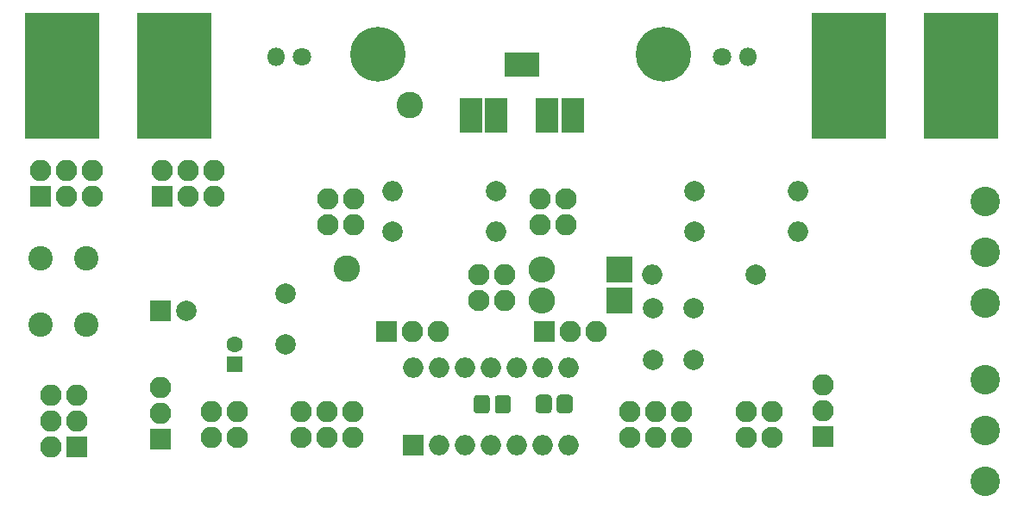
<source format=gbr>
G04 #@! TF.GenerationSoftware,KiCad,Pcbnew,(5.0.0)*
G04 #@! TF.CreationDate,2019-02-22T15:53:22+00:00*
G04 #@! TF.ProjectId,Digisynth,4469676973796E74682E6B696361645F,rev?*
G04 #@! TF.SameCoordinates,Original*
G04 #@! TF.FileFunction,Soldermask,Top*
G04 #@! TF.FilePolarity,Negative*
%FSLAX46Y46*%
G04 Gerber Fmt 4.6, Leading zero omitted, Abs format (unit mm)*
G04 Created by KiCad (PCBNEW (5.0.0)) date 02/22/19 15:53:22*
%MOMM*%
%LPD*%
G01*
G04 APERTURE LIST*
%ADD10R,2.200000X3.400000*%
%ADD11R,3.400000X2.400000*%
%ADD12C,2.900000*%
%ADD13C,2.000000*%
%ADD14O,2.000000X2.000000*%
%ADD15O,2.600000X2.600000*%
%ADD16R,2.600000X2.600000*%
%ADD17C,0.100000*%
%ADD18C,1.550000*%
%ADD19O,2.100000X2.100000*%
%ADD20R,2.100000X2.100000*%
%ADD21C,2.100000*%
%ADD22C,5.400000*%
%ADD23R,1.600000X1.600000*%
%ADD24C,1.600000*%
%ADD25R,2.000000X2.000000*%
%ADD26O,1.800000X1.800000*%
%ADD27C,1.800000*%
%ADD28C,2.400000*%
%ADD29R,7.400000X12.400000*%
%ADD30C,2.600000*%
G04 APERTURE END LIST*
D10*
G04 #@! TO.C,J12*
X53500000Y-10000000D03*
X56000000Y-10000000D03*
X48500000Y-10000000D03*
X46000000Y-10000000D03*
D11*
X51000000Y-5000000D03*
G04 #@! TD*
D12*
G04 #@! TO.C,RV1*
X96500000Y-46000000D03*
X96500000Y-41000000D03*
X96500000Y-36000000D03*
G04 #@! TD*
D13*
G04 #@! TO.C,R8*
X48500000Y-17500000D03*
D14*
X38340000Y-17500000D03*
G04 #@! TD*
G04 #@! TO.C,R7*
X48500000Y-21500000D03*
D13*
X38340000Y-21500000D03*
G04 #@! TD*
D14*
G04 #@! TO.C,R2*
X63840000Y-25700000D03*
D13*
X74000000Y-25700000D03*
G04 #@! TD*
G04 #@! TO.C,R5*
X67990000Y-17500000D03*
D14*
X78150000Y-17500000D03*
G04 #@! TD*
D13*
G04 #@! TO.C,R6*
X68000000Y-21500000D03*
D14*
X78160000Y-21500000D03*
G04 #@! TD*
D15*
G04 #@! TO.C,D5*
X52980000Y-28200000D03*
D16*
X60600000Y-28200000D03*
G04 #@! TD*
D17*
G04 #@! TO.C,R4*
G36*
X55696071Y-37501623D02*
X55728781Y-37506475D01*
X55760857Y-37514509D01*
X55791991Y-37525649D01*
X55821884Y-37539787D01*
X55850247Y-37556787D01*
X55876807Y-37576485D01*
X55901308Y-37598692D01*
X55923515Y-37623193D01*
X55943213Y-37649753D01*
X55960213Y-37678116D01*
X55974351Y-37708009D01*
X55985491Y-37739143D01*
X55993525Y-37771219D01*
X55998377Y-37803929D01*
X56000000Y-37836956D01*
X56000000Y-38963044D01*
X55998377Y-38996071D01*
X55993525Y-39028781D01*
X55985491Y-39060857D01*
X55974351Y-39091991D01*
X55960213Y-39121884D01*
X55943213Y-39150247D01*
X55923515Y-39176807D01*
X55901308Y-39201308D01*
X55876807Y-39223515D01*
X55850247Y-39243213D01*
X55821884Y-39260213D01*
X55791991Y-39274351D01*
X55760857Y-39285491D01*
X55728781Y-39293525D01*
X55696071Y-39298377D01*
X55663044Y-39300000D01*
X54786956Y-39300000D01*
X54753929Y-39298377D01*
X54721219Y-39293525D01*
X54689143Y-39285491D01*
X54658009Y-39274351D01*
X54628116Y-39260213D01*
X54599753Y-39243213D01*
X54573193Y-39223515D01*
X54548692Y-39201308D01*
X54526485Y-39176807D01*
X54506787Y-39150247D01*
X54489787Y-39121884D01*
X54475649Y-39091991D01*
X54464509Y-39060857D01*
X54456475Y-39028781D01*
X54451623Y-38996071D01*
X54450000Y-38963044D01*
X54450000Y-37836956D01*
X54451623Y-37803929D01*
X54456475Y-37771219D01*
X54464509Y-37739143D01*
X54475649Y-37708009D01*
X54489787Y-37678116D01*
X54506787Y-37649753D01*
X54526485Y-37623193D01*
X54548692Y-37598692D01*
X54573193Y-37576485D01*
X54599753Y-37556787D01*
X54628116Y-37539787D01*
X54658009Y-37525649D01*
X54689143Y-37514509D01*
X54721219Y-37506475D01*
X54753929Y-37501623D01*
X54786956Y-37500000D01*
X55663044Y-37500000D01*
X55696071Y-37501623D01*
X55696071Y-37501623D01*
G37*
D18*
X55225000Y-38400000D03*
D17*
G36*
X53646071Y-37501623D02*
X53678781Y-37506475D01*
X53710857Y-37514509D01*
X53741991Y-37525649D01*
X53771884Y-37539787D01*
X53800247Y-37556787D01*
X53826807Y-37576485D01*
X53851308Y-37598692D01*
X53873515Y-37623193D01*
X53893213Y-37649753D01*
X53910213Y-37678116D01*
X53924351Y-37708009D01*
X53935491Y-37739143D01*
X53943525Y-37771219D01*
X53948377Y-37803929D01*
X53950000Y-37836956D01*
X53950000Y-38963044D01*
X53948377Y-38996071D01*
X53943525Y-39028781D01*
X53935491Y-39060857D01*
X53924351Y-39091991D01*
X53910213Y-39121884D01*
X53893213Y-39150247D01*
X53873515Y-39176807D01*
X53851308Y-39201308D01*
X53826807Y-39223515D01*
X53800247Y-39243213D01*
X53771884Y-39260213D01*
X53741991Y-39274351D01*
X53710857Y-39285491D01*
X53678781Y-39293525D01*
X53646071Y-39298377D01*
X53613044Y-39300000D01*
X52736956Y-39300000D01*
X52703929Y-39298377D01*
X52671219Y-39293525D01*
X52639143Y-39285491D01*
X52608009Y-39274351D01*
X52578116Y-39260213D01*
X52549753Y-39243213D01*
X52523193Y-39223515D01*
X52498692Y-39201308D01*
X52476485Y-39176807D01*
X52456787Y-39150247D01*
X52439787Y-39121884D01*
X52425649Y-39091991D01*
X52414509Y-39060857D01*
X52406475Y-39028781D01*
X52401623Y-38996071D01*
X52400000Y-38963044D01*
X52400000Y-37836956D01*
X52401623Y-37803929D01*
X52406475Y-37771219D01*
X52414509Y-37739143D01*
X52425649Y-37708009D01*
X52439787Y-37678116D01*
X52456787Y-37649753D01*
X52476485Y-37623193D01*
X52498692Y-37598692D01*
X52523193Y-37576485D01*
X52549753Y-37556787D01*
X52578116Y-37539787D01*
X52608009Y-37525649D01*
X52639143Y-37514509D01*
X52671219Y-37506475D01*
X52703929Y-37501623D01*
X52736956Y-37500000D01*
X53613044Y-37500000D01*
X53646071Y-37501623D01*
X53646071Y-37501623D01*
G37*
D18*
X53175000Y-38400000D03*
G04 #@! TD*
D17*
G04 #@! TO.C,D2*
G36*
X47561071Y-37536623D02*
X47593781Y-37541475D01*
X47625857Y-37549509D01*
X47656991Y-37560649D01*
X47686884Y-37574787D01*
X47715247Y-37591787D01*
X47741807Y-37611485D01*
X47766308Y-37633692D01*
X47788515Y-37658193D01*
X47808213Y-37684753D01*
X47825213Y-37713116D01*
X47839351Y-37743009D01*
X47850491Y-37774143D01*
X47858525Y-37806219D01*
X47863377Y-37838929D01*
X47865000Y-37871956D01*
X47865000Y-38998044D01*
X47863377Y-39031071D01*
X47858525Y-39063781D01*
X47850491Y-39095857D01*
X47839351Y-39126991D01*
X47825213Y-39156884D01*
X47808213Y-39185247D01*
X47788515Y-39211807D01*
X47766308Y-39236308D01*
X47741807Y-39258515D01*
X47715247Y-39278213D01*
X47686884Y-39295213D01*
X47656991Y-39309351D01*
X47625857Y-39320491D01*
X47593781Y-39328525D01*
X47561071Y-39333377D01*
X47528044Y-39335000D01*
X46651956Y-39335000D01*
X46618929Y-39333377D01*
X46586219Y-39328525D01*
X46554143Y-39320491D01*
X46523009Y-39309351D01*
X46493116Y-39295213D01*
X46464753Y-39278213D01*
X46438193Y-39258515D01*
X46413692Y-39236308D01*
X46391485Y-39211807D01*
X46371787Y-39185247D01*
X46354787Y-39156884D01*
X46340649Y-39126991D01*
X46329509Y-39095857D01*
X46321475Y-39063781D01*
X46316623Y-39031071D01*
X46315000Y-38998044D01*
X46315000Y-37871956D01*
X46316623Y-37838929D01*
X46321475Y-37806219D01*
X46329509Y-37774143D01*
X46340649Y-37743009D01*
X46354787Y-37713116D01*
X46371787Y-37684753D01*
X46391485Y-37658193D01*
X46413692Y-37633692D01*
X46438193Y-37611485D01*
X46464753Y-37591787D01*
X46493116Y-37574787D01*
X46523009Y-37560649D01*
X46554143Y-37549509D01*
X46586219Y-37541475D01*
X46618929Y-37536623D01*
X46651956Y-37535000D01*
X47528044Y-37535000D01*
X47561071Y-37536623D01*
X47561071Y-37536623D01*
G37*
D18*
X47090000Y-38435000D03*
D17*
G36*
X49611071Y-37536623D02*
X49643781Y-37541475D01*
X49675857Y-37549509D01*
X49706991Y-37560649D01*
X49736884Y-37574787D01*
X49765247Y-37591787D01*
X49791807Y-37611485D01*
X49816308Y-37633692D01*
X49838515Y-37658193D01*
X49858213Y-37684753D01*
X49875213Y-37713116D01*
X49889351Y-37743009D01*
X49900491Y-37774143D01*
X49908525Y-37806219D01*
X49913377Y-37838929D01*
X49915000Y-37871956D01*
X49915000Y-38998044D01*
X49913377Y-39031071D01*
X49908525Y-39063781D01*
X49900491Y-39095857D01*
X49889351Y-39126991D01*
X49875213Y-39156884D01*
X49858213Y-39185247D01*
X49838515Y-39211807D01*
X49816308Y-39236308D01*
X49791807Y-39258515D01*
X49765247Y-39278213D01*
X49736884Y-39295213D01*
X49706991Y-39309351D01*
X49675857Y-39320491D01*
X49643781Y-39328525D01*
X49611071Y-39333377D01*
X49578044Y-39335000D01*
X48701956Y-39335000D01*
X48668929Y-39333377D01*
X48636219Y-39328525D01*
X48604143Y-39320491D01*
X48573009Y-39309351D01*
X48543116Y-39295213D01*
X48514753Y-39278213D01*
X48488193Y-39258515D01*
X48463692Y-39236308D01*
X48441485Y-39211807D01*
X48421787Y-39185247D01*
X48404787Y-39156884D01*
X48390649Y-39126991D01*
X48379509Y-39095857D01*
X48371475Y-39063781D01*
X48366623Y-39031071D01*
X48365000Y-38998044D01*
X48365000Y-37871956D01*
X48366623Y-37838929D01*
X48371475Y-37806219D01*
X48379509Y-37774143D01*
X48390649Y-37743009D01*
X48404787Y-37713116D01*
X48421787Y-37684753D01*
X48441485Y-37658193D01*
X48463692Y-37633692D01*
X48488193Y-37611485D01*
X48514753Y-37591787D01*
X48543116Y-37574787D01*
X48573009Y-37560649D01*
X48604143Y-37549509D01*
X48636219Y-37541475D01*
X48668929Y-37536623D01*
X48701956Y-37535000D01*
X49578044Y-37535000D01*
X49611071Y-37536623D01*
X49611071Y-37536623D01*
G37*
D18*
X49140000Y-38435000D03*
G04 #@! TD*
D19*
G04 #@! TO.C,J7*
X80590000Y-36535000D03*
X80590000Y-39075000D03*
D20*
X80590000Y-41615000D03*
G04 #@! TD*
D19*
G04 #@! TO.C,J2*
X15590000Y-36745000D03*
X15590000Y-39285000D03*
D20*
X15590000Y-41825000D03*
G04 #@! TD*
D21*
G04 #@! TO.C,J3*
X29340000Y-41735000D03*
D19*
X29340000Y-39195000D03*
X31880000Y-41735000D03*
X31880000Y-39195000D03*
X34420000Y-41735000D03*
X34420000Y-39195000D03*
G04 #@! TD*
D21*
G04 #@! TO.C,J6*
X61640000Y-41735000D03*
D19*
X61640000Y-39195000D03*
X64180000Y-41735000D03*
X64180000Y-39195000D03*
X66720000Y-41735000D03*
X66720000Y-39195000D03*
G04 #@! TD*
D20*
G04 #@! TO.C,J9*
X15750000Y-18000000D03*
D19*
X15750000Y-15460000D03*
X18290000Y-18000000D03*
X18290000Y-15460000D03*
X20830000Y-18000000D03*
X20830000Y-15460000D03*
G04 #@! TD*
D20*
G04 #@! TO.C,J10*
X3750000Y-18000000D03*
D19*
X3750000Y-15460000D03*
X6290000Y-18000000D03*
X6290000Y-15460000D03*
X8830000Y-18000000D03*
X8830000Y-15460000D03*
G04 #@! TD*
G04 #@! TO.C,J11*
X34540000Y-18260000D03*
X34540000Y-20800000D03*
X32000000Y-18260000D03*
D21*
X32000000Y-20800000D03*
G04 #@! TD*
D19*
G04 #@! TO.C,J1*
X20550000Y-39195000D03*
X23090000Y-39195000D03*
X20550000Y-41735000D03*
D21*
X23090000Y-41735000D03*
G04 #@! TD*
D19*
G04 #@! TO.C,J8*
X52840000Y-20785000D03*
X52840000Y-18245000D03*
X55380000Y-20785000D03*
D21*
X55380000Y-18245000D03*
G04 #@! TD*
D19*
G04 #@! TO.C,J4*
X49340000Y-25660000D03*
X49340000Y-28200000D03*
X46800000Y-25660000D03*
D21*
X46800000Y-28200000D03*
G04 #@! TD*
D19*
G04 #@! TO.C,J5*
X73000000Y-39195000D03*
X75540000Y-39195000D03*
X73000000Y-41735000D03*
D21*
X75540000Y-41735000D03*
G04 #@! TD*
D22*
G04 #@! TO.C,BT1*
X64912501Y-4000000D03*
X36912501Y-4000000D03*
G04 #@! TD*
D16*
G04 #@! TO.C,D1*
X60600000Y-25200000D03*
D15*
X52980000Y-25200000D03*
G04 #@! TD*
D19*
G04 #@! TO.C,SW2*
X4760000Y-37520000D03*
X7300000Y-37520000D03*
X4760000Y-40060000D03*
X7300000Y-40060000D03*
X4760000Y-42600000D03*
D20*
X7300000Y-42600000D03*
G04 #@! TD*
D12*
G04 #@! TO.C,RV2*
X96500000Y-28500000D03*
X96500000Y-23500000D03*
X96500000Y-18500000D03*
G04 #@! TD*
D23*
G04 #@! TO.C,C1*
X22840000Y-34535000D03*
D24*
X22840000Y-32535000D03*
G04 #@! TD*
D13*
G04 #@! TO.C,C2*
X27840000Y-32535000D03*
X27840000Y-27535000D03*
G04 #@! TD*
G04 #@! TO.C,C3*
X63890000Y-29035000D03*
X63890000Y-34035000D03*
G04 #@! TD*
G04 #@! TO.C,C4*
X67890000Y-34035000D03*
X67890000Y-29035000D03*
G04 #@! TD*
D25*
G04 #@! TO.C,C5*
X15590000Y-29285000D03*
D13*
X18090000Y-29285000D03*
G04 #@! TD*
D26*
G04 #@! TO.C,R1*
X26860000Y-4300000D03*
D27*
X29400000Y-4300000D03*
G04 #@! TD*
G04 #@! TO.C,R3*
X70700000Y-4300000D03*
D26*
X73240000Y-4300000D03*
G04 #@! TD*
D28*
G04 #@! TO.C,SW1*
X8275000Y-30585000D03*
X3775000Y-30585000D03*
X8275000Y-24085000D03*
X3775000Y-24085000D03*
G04 #@! TD*
D29*
G04 #@! TO.C,TP1*
X5900000Y-6100000D03*
X16900000Y-6100000D03*
G04 #@! TD*
G04 #@! TO.C,TP2*
X94100000Y-6100000D03*
X83100000Y-6100000D03*
G04 #@! TD*
D25*
G04 #@! TO.C,U1*
X40390000Y-42435000D03*
D14*
X55630000Y-34815000D03*
X42930000Y-42435000D03*
X53090000Y-34815000D03*
X45470000Y-42435000D03*
X50550000Y-34815000D03*
X48010000Y-42435000D03*
X48010000Y-34815000D03*
X50550000Y-42435000D03*
X45470000Y-34815000D03*
X53090000Y-42435000D03*
X42930000Y-34815000D03*
X55630000Y-42435000D03*
X40390000Y-34815000D03*
G04 #@! TD*
D30*
G04 #@! TO.C,J13*
X33800000Y-25100000D03*
G04 #@! TD*
G04 #@! TO.C,J14*
X40000000Y-9000000D03*
G04 #@! TD*
D20*
G04 #@! TO.C,J15*
X37750000Y-31250000D03*
D19*
X40290000Y-31250000D03*
X42830000Y-31250000D03*
G04 #@! TD*
G04 #@! TO.C,J16*
X58330000Y-31250000D03*
X55790000Y-31250000D03*
D20*
X53250000Y-31250000D03*
G04 #@! TD*
M02*

</source>
